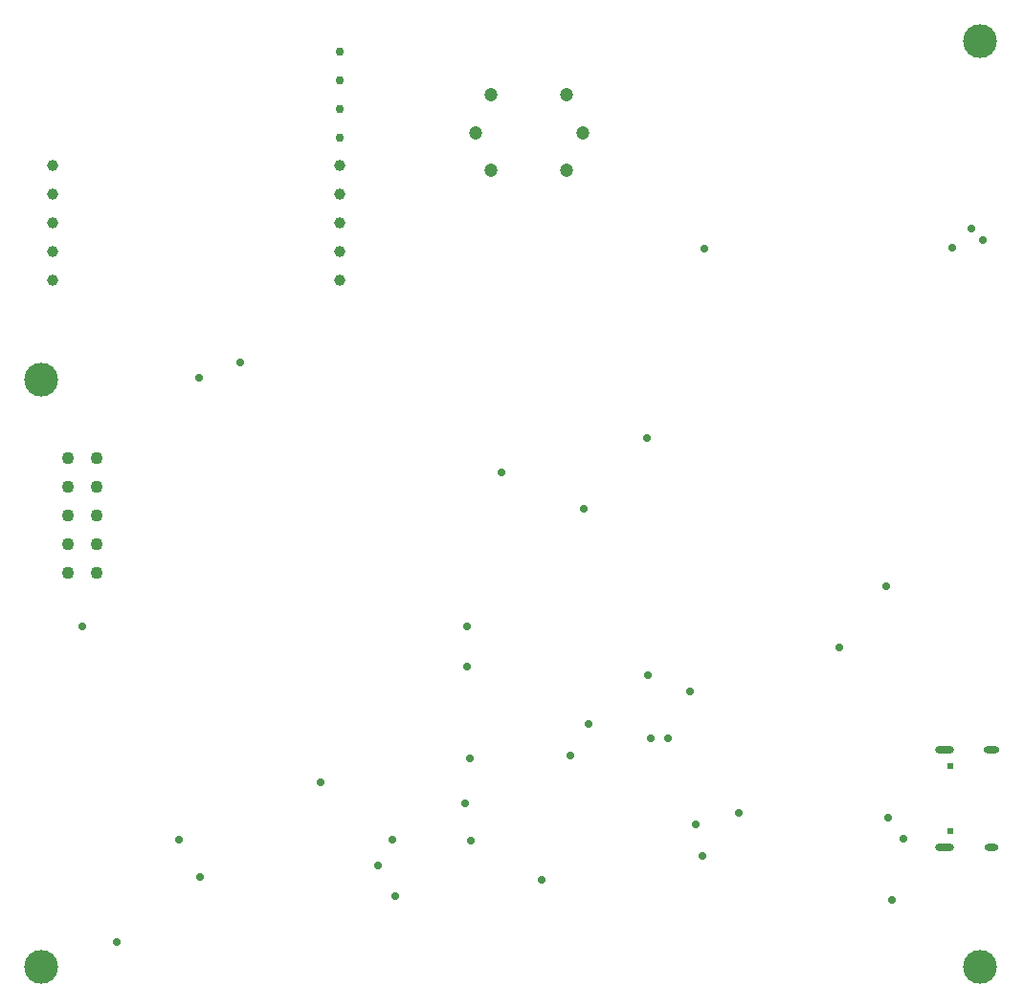
<source format=gbr>
%TF.GenerationSoftware,Altium Limited,Altium Designer,24.3.1 (35)*%
G04 Layer_Color=0*
%FSLAX45Y45*%
%MOMM*%
%TF.SameCoordinates,335D41A4-EFD6-4B0F-B868-2B534B1C8AB3*%
%TF.FilePolarity,Positive*%
%TF.FileFunction,Plated,1,2,PTH,Drill*%
%TF.Part,Single*%
G01*
G75*
%TA.AperFunction,ComponentDrill*%
%ADD94C,1.00000*%
%TA.AperFunction,OtherDrill,Pad Free-5 (55.4mm,102.46mm)*%
%ADD95C,0.76200*%
%TA.AperFunction,OtherDrill,Pad Free-2 (55.4mm,110.08mm)*%
%ADD96C,0.76200*%
%TA.AperFunction,OtherDrill,Pad Free-3 (55.4mm,107.54mm)*%
%ADD97C,0.76200*%
%TA.AperFunction,OtherDrill,Pad Free-4 (55.4mm,105mm)*%
%ADD98C,0.76200*%
%TA.AperFunction,OtherDrill,Pad Free-6 (29mm,81mm)*%
%ADD99C,3.00000*%
%TA.AperFunction,OtherDrill,Pad Free-6 (29mm,29mm)*%
%ADD100C,3.00000*%
%TA.AperFunction,OtherDrill,Pad Free-6 (112mm,29mm)*%
%ADD101C,3.00000*%
%TA.AperFunction,OtherDrill,Pad Free-6 (112mm,111mm)*%
%ADD102C,3.00000*%
%TA.AperFunction,ComponentDrill*%
%ADD103C,0.61000*%
%ADD104C,1.20000*%
%ADD105C,1.10000*%
%ADD106O,1.40000X0.60000*%
%ADD107O,1.20000X0.60000*%
%ADD108O,1.70000X0.60000*%
%TA.AperFunction,ViaDrill,NotFilled*%
%ADD109C,0.71120*%
D94*
X5540000Y9993000D02*
D03*
Y9739000D02*
D03*
Y9485000D02*
D03*
Y9231000D02*
D03*
Y8977000D02*
D03*
X3000000Y9993000D02*
D03*
Y9739000D02*
D03*
Y9485000D02*
D03*
Y9231000D02*
D03*
Y8977000D02*
D03*
D95*
X5540000Y10246000D02*
D03*
D96*
Y11008000D02*
D03*
D97*
Y10754000D02*
D03*
D98*
Y10500000D02*
D03*
D99*
X2900000Y8100000D02*
D03*
D100*
Y2900000D02*
D03*
D101*
X11200000D02*
D03*
D102*
Y11100000D02*
D03*
D103*
X10940900Y4683200D02*
D03*
Y4105200D02*
D03*
D104*
X6738600Y10287000D02*
D03*
X7688600D02*
D03*
X6877700Y10622900D02*
D03*
X7549500D02*
D03*
X6877700Y9951100D02*
D03*
X7549500D02*
D03*
D105*
X3136900Y6642100D02*
D03*
X3390900D02*
D03*
X3136900Y6388100D02*
D03*
X3390900D02*
D03*
Y6896100D02*
D03*
X3136900D02*
D03*
X3390900Y7150100D02*
D03*
Y7404100D02*
D03*
X3136900Y7150100D02*
D03*
Y7404100D02*
D03*
D106*
X11308900Y4826200D02*
D03*
D107*
Y3962200D02*
D03*
D108*
X10890900Y4826200D02*
D03*
Y3962200D02*
D03*
D109*
X10960100Y9271000D02*
D03*
X11226800Y9334500D02*
D03*
X7581900Y4775200D02*
D03*
X6972300Y7282180D02*
D03*
X4660900Y8255000D02*
D03*
X4292600Y8115300D02*
D03*
X5372100Y4533900D02*
D03*
X6692900Y4749800D02*
D03*
X6667500Y5562600D02*
D03*
X7327900Y3670300D02*
D03*
X6652260Y4345940D02*
D03*
X6032500Y3530600D02*
D03*
X3263900Y5918200D02*
D03*
X5880100Y3797300D02*
D03*
X4305300Y3695700D02*
D03*
X8255000Y7581900D02*
D03*
X7696200Y6959600D02*
D03*
X7741920Y5054600D02*
D03*
X10426700Y3492500D02*
D03*
X8750300Y3886200D02*
D03*
X8686800Y4163060D02*
D03*
X11125200Y9436100D02*
D03*
X8763000Y9258300D02*
D03*
X9956800Y5727700D02*
D03*
X10392355Y4220155D02*
D03*
X4114800Y4025900D02*
D03*
X3568700Y3124200D02*
D03*
X10528300Y4038600D02*
D03*
X8636000Y5336540D02*
D03*
X10375900Y6273800D02*
D03*
X6009640Y4025900D02*
D03*
X8442960Y4922520D02*
D03*
X8290560D02*
D03*
X6703060Y4015740D02*
D03*
X8262620Y5486400D02*
D03*
X6664960Y5915660D02*
D03*
X9067800Y4264660D02*
D03*
%TF.MD5,e5b4c23e01f612b917390688c317eb34*%
M02*

</source>
